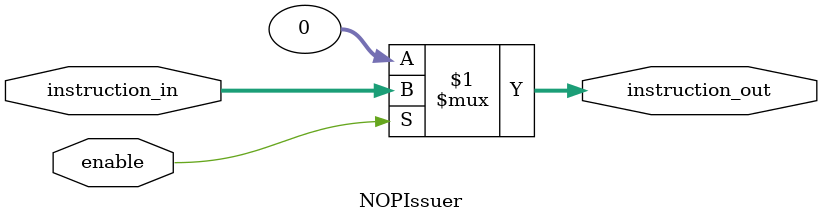
<source format=v>
/*
 * File: Utility.NOPIssuer.v
 * Issuer of NOP used for handling exceptions. When enabled, input instruction is
 *  tunneled to output directly, otherwise, an `NOP` is tunneled to output regardless
 *  what the origin instruction is.
*/
module NOPIssuer(
    input[31:0]     instruction_in,
    input           enable,
    output[31:0]    instruction_out
);
    assign instruction_out = enable ? instruction_in : 32'd0;
endmodule
</source>
